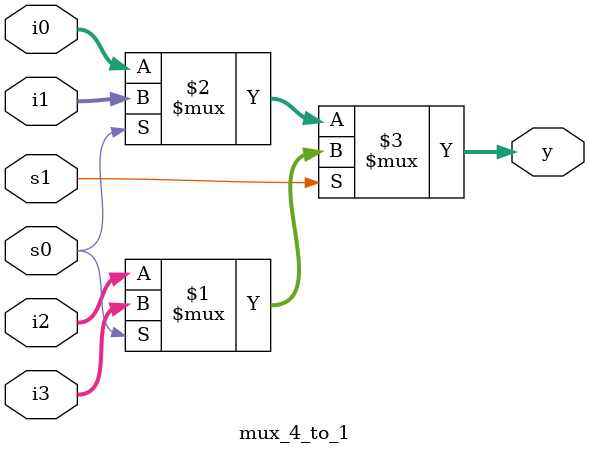
<source format=v>
module mux_4_to_1(
    input [7:0] i0, i1, i2, i3, 
    input s0, s1,
    output [7:0] y
);

// 4-to-1 Multiplexer
// Selects one of four 8-bit inputs based on s1 and s0

// Selection logic:
//   s1 s0 | y
//   ------|------------
//    0  0 | i0 (PC + 1)
//    0  1 | i1 (acc_out)
//    1  0 | i2 (rd_data)
//    1  1 | i3 (0)

assign y = (s1 ? (s0 ? i3 : i2) : (s0 ? i1 : i0));

endmodule

</source>
